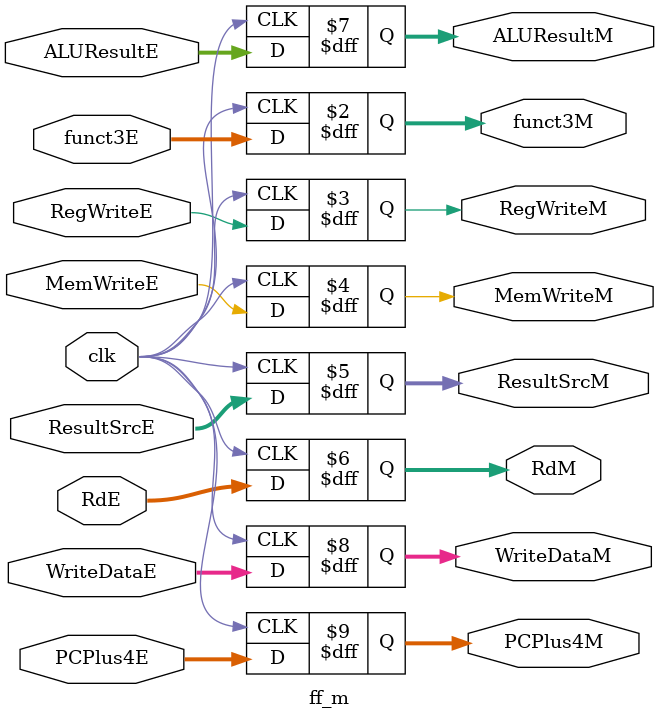
<source format=v>
module ff_m(
    input [2:0] funct3E,
    output reg [2:0] funct3M, 
    input RegWriteE, MemWriteE,
    input [1:0] ResultSrcE,
    output reg RegWriteM, MemWriteM,
    output reg [1:0] ResultSrcM,

    input clk,
    input [11:7] RdE,
    output reg [11:7] RdM,
    input [31:0] ALUResultE, WriteDataE, PCPlus4E,
    output reg [31:0] ALUResultM, WriteDataM, PCPlus4M
);

    always @(posedge clk) begin
        funct3M <= funct3E;

        RegWriteM <= RegWriteE;
        MemWriteM <= MemWriteE;
        ResultSrcM <= ResultSrcE;

        ALUResultM <= ALUResultE;
        WriteDataM <= WriteDataE;
        RdM <= RdE;
        PCPlus4M <= PCPlus4E;
    end


endmodule
</source>
